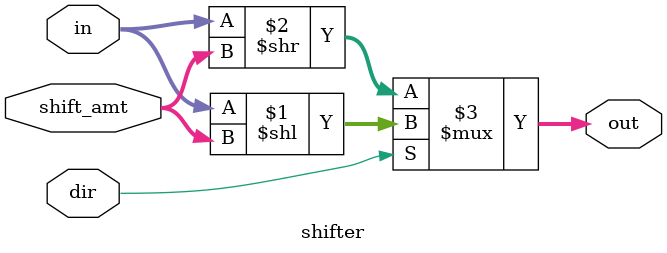
<source format=v>
module shifter # (
        parameter WIDTH = 32
    ) (
        input  wire             dir,
        input  wire [$clog2(WIDTH)-1:0]       shift_amt,
        input  wire [WIDTH-1:0] in,
        output wire [WIDTH-1:0] out
    );

    assign out = (dir) ? (in << shift_amt) : (in >> shift_amt);

endmodule
</source>
